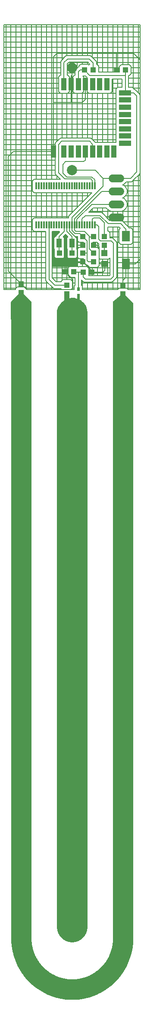
<source format=gbr>
G04 EAGLE Gerber RS-274X export*
G75*
%MOMM*%
%FSLAX34Y34*%
%LPD*%
%INTop Copper*%
%IPPOS*%
%AMOC8*
5,1,8,0,0,1.08239X$1,22.5*%
G01*
%ADD10R,1.000000X1.100000*%
%ADD11R,1.100000X1.000000*%
%ADD12R,0.500000X0.700000*%
%ADD13C,1.524000*%
%ADD14R,1.200000X1.200000*%
%ADD15R,1.000000X2.410000*%
%ADD16R,2.410000X1.000000*%
%ADD17R,1.000000X1.800000*%
%ADD18R,1.600000X2.000000*%
%ADD19R,0.300000X1.475000*%
%ADD20C,2.000000*%
%ADD21C,0.152400*%
%ADD22C,0.304800*%
%ADD23C,4.000000*%
%ADD24C,0.609600*%
%ADD25C,0.500000*%
%ADD26C,6.000000*%
%ADD27C,1.000000*%
%ADD28C,0.508000*%

G36*
X177535Y1354964D02*
X177535Y1354964D01*
X177569Y1354962D01*
X177758Y1354984D01*
X177949Y1355001D01*
X177982Y1355010D01*
X178016Y1355014D01*
X178199Y1355069D01*
X178383Y1355119D01*
X178414Y1355134D01*
X178447Y1355144D01*
X178618Y1355231D01*
X178790Y1355313D01*
X178818Y1355333D01*
X178849Y1355348D01*
X179001Y1355464D01*
X179156Y1355575D01*
X179180Y1355600D01*
X179207Y1355620D01*
X179336Y1355761D01*
X179470Y1355897D01*
X179489Y1355926D01*
X179513Y1355952D01*
X179615Y1356113D01*
X179722Y1356270D01*
X179736Y1356302D01*
X179754Y1356331D01*
X179827Y1356508D01*
X179904Y1356682D01*
X179912Y1356716D01*
X179925Y1356748D01*
X179965Y1356935D01*
X180011Y1357120D01*
X180013Y1357154D01*
X180020Y1357188D01*
X180039Y1357500D01*
X180039Y1423000D01*
X180034Y1423063D01*
X180029Y1423224D01*
X179670Y1427288D01*
X179663Y1427330D01*
X179661Y1427373D01*
X179604Y1427681D01*
X178614Y1431639D01*
X178599Y1431680D01*
X178591Y1431722D01*
X178487Y1432016D01*
X176889Y1435771D01*
X176869Y1435809D01*
X176854Y1435849D01*
X176705Y1436124D01*
X174540Y1439582D01*
X174514Y1439617D01*
X174493Y1439654D01*
X174302Y1439902D01*
X171623Y1442979D01*
X171610Y1442991D01*
X171602Y1443003D01*
X171584Y1443019D01*
X171565Y1443043D01*
X171338Y1443258D01*
X168211Y1445878D01*
X168175Y1445903D01*
X168144Y1445932D01*
X167886Y1446109D01*
X164387Y1448207D01*
X164348Y1448226D01*
X164312Y1448250D01*
X164030Y1448385D01*
X160246Y1449910D01*
X160204Y1449922D01*
X160165Y1449941D01*
X159866Y1450029D01*
X155889Y1450944D01*
X155847Y1450950D01*
X155805Y1450962D01*
X155495Y1451002D01*
X151425Y1451283D01*
X151414Y1451283D01*
X151404Y1451285D01*
X151091Y1451284D01*
X147033Y1451030D01*
X147008Y1451026D01*
X146983Y1451026D01*
X146673Y1450981D01*
X142693Y1450152D01*
X142669Y1450145D01*
X142644Y1450141D01*
X142344Y1450053D01*
X138522Y1448665D01*
X138499Y1448655D01*
X138475Y1448648D01*
X138191Y1448518D01*
X134605Y1446600D01*
X134584Y1446586D01*
X134561Y1446576D01*
X134298Y1446407D01*
X131022Y1443999D01*
X131003Y1443982D01*
X130982Y1443969D01*
X130746Y1443764D01*
X127845Y1440914D01*
X127829Y1440895D01*
X127810Y1440878D01*
X127606Y1440642D01*
X125140Y1437408D01*
X125127Y1437387D01*
X125110Y1437368D01*
X124942Y1437105D01*
X122961Y1433553D01*
X122951Y1433530D01*
X122938Y1433509D01*
X122808Y1433225D01*
X121354Y1429427D01*
X121347Y1429403D01*
X121336Y1429381D01*
X121249Y1429081D01*
X120349Y1425115D01*
X120346Y1425090D01*
X120339Y1425066D01*
X120295Y1424757D01*
X119969Y1420703D01*
X119969Y1420641D01*
X119961Y1420500D01*
X119961Y1357500D01*
X119964Y1357466D01*
X119962Y1357431D01*
X119984Y1357242D01*
X120001Y1357052D01*
X120010Y1357018D01*
X120014Y1356984D01*
X120069Y1356801D01*
X120119Y1356617D01*
X120134Y1356586D01*
X120144Y1356553D01*
X120231Y1356382D01*
X120313Y1356211D01*
X120333Y1356182D01*
X120348Y1356151D01*
X120464Y1355999D01*
X120575Y1355844D01*
X120600Y1355820D01*
X120620Y1355793D01*
X120761Y1355664D01*
X120897Y1355530D01*
X120926Y1355511D01*
X120952Y1355488D01*
X121113Y1355385D01*
X121270Y1355278D01*
X121302Y1355264D01*
X121331Y1355246D01*
X121508Y1355173D01*
X121682Y1355096D01*
X121716Y1355088D01*
X121748Y1355075D01*
X121935Y1355035D01*
X122120Y1354989D01*
X122154Y1354987D01*
X122188Y1354980D01*
X122500Y1354961D01*
X177500Y1354961D01*
X177535Y1354964D01*
G37*
G36*
X267535Y1404964D02*
X267535Y1404964D01*
X267569Y1404962D01*
X267758Y1404984D01*
X267949Y1405001D01*
X267982Y1405010D01*
X268016Y1405014D01*
X268199Y1405069D01*
X268383Y1405119D01*
X268414Y1405134D01*
X268447Y1405144D01*
X268618Y1405231D01*
X268790Y1405313D01*
X268818Y1405333D01*
X268849Y1405348D01*
X269001Y1405464D01*
X269156Y1405575D01*
X269180Y1405600D01*
X269207Y1405620D01*
X269336Y1405761D01*
X269470Y1405897D01*
X269489Y1405926D01*
X269513Y1405952D01*
X269615Y1406113D01*
X269722Y1406270D01*
X269736Y1406302D01*
X269754Y1406331D01*
X269827Y1406508D01*
X269904Y1406682D01*
X269912Y1406716D01*
X269925Y1406748D01*
X269965Y1406935D01*
X270011Y1407120D01*
X270013Y1407154D01*
X270020Y1407188D01*
X270039Y1407500D01*
X270039Y1440000D01*
X270025Y1440164D01*
X270018Y1440328D01*
X270005Y1440388D01*
X269999Y1440449D01*
X269956Y1440607D01*
X269920Y1440768D01*
X269897Y1440824D01*
X269881Y1440883D01*
X269810Y1441031D01*
X269747Y1441183D01*
X269714Y1441235D01*
X269687Y1441290D01*
X269592Y1441423D01*
X269502Y1441561D01*
X269451Y1441619D01*
X269425Y1441656D01*
X269382Y1441698D01*
X269296Y1441796D01*
X251796Y1459296D01*
X251671Y1459400D01*
X251552Y1459510D01*
X251499Y1459544D01*
X251450Y1459584D01*
X251309Y1459665D01*
X251172Y1459752D01*
X251114Y1459777D01*
X251059Y1459808D01*
X250906Y1459862D01*
X250756Y1459924D01*
X250694Y1459937D01*
X250635Y1459959D01*
X250475Y1459985D01*
X250316Y1460020D01*
X250253Y1460022D01*
X250191Y1460032D01*
X250028Y1460030D01*
X249866Y1460036D01*
X249804Y1460027D01*
X249740Y1460026D01*
X249581Y1459995D01*
X249420Y1459972D01*
X249360Y1459952D01*
X249298Y1459940D01*
X249147Y1459882D01*
X248993Y1459831D01*
X248937Y1459801D01*
X248878Y1459778D01*
X248739Y1459694D01*
X248597Y1459616D01*
X248533Y1459568D01*
X248494Y1459544D01*
X248448Y1459504D01*
X248347Y1459428D01*
X240373Y1452593D01*
X240373Y1452592D01*
X231486Y1444975D01*
X231485Y1444975D01*
X230847Y1444428D01*
X230822Y1444402D01*
X230793Y1444380D01*
X230665Y1444241D01*
X230533Y1444106D01*
X230512Y1444075D01*
X230488Y1444048D01*
X230386Y1443889D01*
X230280Y1443733D01*
X230265Y1443700D01*
X230246Y1443669D01*
X230174Y1443494D01*
X230097Y1443322D01*
X230089Y1443286D01*
X230075Y1443252D01*
X230035Y1443068D01*
X229990Y1442884D01*
X229988Y1442848D01*
X229980Y1442812D01*
X229961Y1442500D01*
X229961Y1407500D01*
X229964Y1407466D01*
X229962Y1407431D01*
X229984Y1407242D01*
X230001Y1407052D01*
X230010Y1407018D01*
X230014Y1406984D01*
X230069Y1406801D01*
X230119Y1406617D01*
X230134Y1406586D01*
X230144Y1406553D01*
X230231Y1406382D01*
X230313Y1406211D01*
X230333Y1406182D01*
X230348Y1406151D01*
X230464Y1405999D01*
X230575Y1405844D01*
X230600Y1405820D01*
X230620Y1405793D01*
X230761Y1405664D01*
X230897Y1405530D01*
X230926Y1405511D01*
X230952Y1405488D01*
X231113Y1405385D01*
X231270Y1405278D01*
X231302Y1405264D01*
X231331Y1405246D01*
X231508Y1405173D01*
X231682Y1405096D01*
X231716Y1405088D01*
X231748Y1405075D01*
X231935Y1405035D01*
X232120Y1404989D01*
X232154Y1404987D01*
X232188Y1404980D01*
X232500Y1404961D01*
X267500Y1404961D01*
X267535Y1404964D01*
G37*
G36*
X67535Y1407464D02*
X67535Y1407464D01*
X67569Y1407462D01*
X67758Y1407484D01*
X67949Y1407501D01*
X67982Y1407510D01*
X68016Y1407514D01*
X68199Y1407569D01*
X68383Y1407619D01*
X68414Y1407634D01*
X68447Y1407644D01*
X68618Y1407731D01*
X68790Y1407813D01*
X68818Y1407833D01*
X68849Y1407848D01*
X69001Y1407964D01*
X69156Y1408075D01*
X69180Y1408100D01*
X69207Y1408120D01*
X69336Y1408261D01*
X69470Y1408397D01*
X69489Y1408426D01*
X69513Y1408452D01*
X69615Y1408613D01*
X69722Y1408770D01*
X69736Y1408802D01*
X69754Y1408831D01*
X69827Y1409008D01*
X69904Y1409182D01*
X69912Y1409216D01*
X69925Y1409248D01*
X69965Y1409435D01*
X70011Y1409620D01*
X70013Y1409654D01*
X70020Y1409688D01*
X70039Y1410000D01*
X70039Y1442500D01*
X70025Y1442664D01*
X70018Y1442828D01*
X70005Y1442888D01*
X69999Y1442949D01*
X69956Y1443107D01*
X69920Y1443268D01*
X69897Y1443324D01*
X69881Y1443383D01*
X69810Y1443531D01*
X69747Y1443683D01*
X69714Y1443735D01*
X69687Y1443790D01*
X69592Y1443923D01*
X69502Y1444061D01*
X69451Y1444119D01*
X69425Y1444156D01*
X69382Y1444198D01*
X69296Y1444296D01*
X51796Y1461796D01*
X51769Y1461818D01*
X51746Y1461844D01*
X51597Y1461961D01*
X51450Y1462084D01*
X51420Y1462102D01*
X51393Y1462123D01*
X51225Y1462213D01*
X51059Y1462308D01*
X51027Y1462319D01*
X50996Y1462336D01*
X50815Y1462395D01*
X50635Y1462459D01*
X50601Y1462464D01*
X50568Y1462475D01*
X50379Y1462501D01*
X50191Y1462532D01*
X50156Y1462532D01*
X50122Y1462536D01*
X49931Y1462529D01*
X49740Y1462526D01*
X49706Y1462519D01*
X49672Y1462518D01*
X49486Y1462477D01*
X49298Y1462440D01*
X49266Y1462428D01*
X49232Y1462420D01*
X49056Y1462347D01*
X48878Y1462278D01*
X48849Y1462260D01*
X48817Y1462247D01*
X48657Y1462143D01*
X48494Y1462044D01*
X48468Y1462021D01*
X48439Y1462002D01*
X48204Y1461796D01*
X30704Y1444296D01*
X30599Y1444169D01*
X30488Y1444048D01*
X30455Y1443997D01*
X30416Y1443950D01*
X30334Y1443807D01*
X30246Y1443669D01*
X30222Y1443612D01*
X30192Y1443559D01*
X30137Y1443404D01*
X30075Y1443252D01*
X30062Y1443192D01*
X30041Y1443135D01*
X30015Y1442973D01*
X29980Y1442812D01*
X29975Y1442735D01*
X29968Y1442691D01*
X29969Y1442630D01*
X29961Y1442500D01*
X29961Y1410000D01*
X29964Y1409966D01*
X29962Y1409931D01*
X29984Y1409742D01*
X30001Y1409552D01*
X30010Y1409518D01*
X30014Y1409484D01*
X30069Y1409301D01*
X30119Y1409117D01*
X30134Y1409086D01*
X30144Y1409053D01*
X30231Y1408882D01*
X30313Y1408711D01*
X30333Y1408682D01*
X30348Y1408651D01*
X30464Y1408499D01*
X30575Y1408344D01*
X30600Y1408320D01*
X30620Y1408293D01*
X30761Y1408164D01*
X30897Y1408030D01*
X30926Y1408011D01*
X30952Y1407988D01*
X31113Y1407885D01*
X31270Y1407778D01*
X31302Y1407764D01*
X31331Y1407746D01*
X31508Y1407673D01*
X31682Y1407596D01*
X31716Y1407588D01*
X31748Y1407575D01*
X31935Y1407535D01*
X32120Y1407489D01*
X32154Y1407487D01*
X32188Y1407480D01*
X32500Y1407461D01*
X67500Y1407461D01*
X67535Y1407464D01*
G37*
G36*
X160910Y1511912D02*
X160910Y1511912D01*
X160929Y1511910D01*
X161031Y1511932D01*
X161133Y1511949D01*
X161150Y1511958D01*
X161170Y1511962D01*
X161259Y1512015D01*
X161350Y1512064D01*
X161364Y1512078D01*
X161381Y1512088D01*
X161448Y1512167D01*
X161520Y1512242D01*
X161528Y1512260D01*
X161541Y1512275D01*
X161580Y1512371D01*
X161623Y1512465D01*
X161625Y1512485D01*
X161633Y1512503D01*
X161651Y1512670D01*
X161651Y1571202D01*
X161648Y1571222D01*
X161650Y1571241D01*
X161628Y1571343D01*
X161612Y1571445D01*
X161602Y1571462D01*
X161598Y1571482D01*
X161545Y1571571D01*
X161496Y1571662D01*
X161482Y1571676D01*
X161472Y1571693D01*
X161393Y1571760D01*
X161318Y1571832D01*
X161300Y1571840D01*
X161285Y1571853D01*
X161189Y1571892D01*
X161095Y1571935D01*
X161075Y1571937D01*
X161057Y1571945D01*
X160890Y1571963D01*
X157153Y1571963D01*
X157082Y1571952D01*
X157010Y1571950D01*
X156962Y1571932D01*
X156910Y1571924D01*
X156847Y1571890D01*
X156779Y1571865D01*
X156739Y1571833D01*
X156693Y1571808D01*
X156643Y1571756D01*
X156587Y1571712D01*
X156559Y1571668D01*
X156523Y1571630D01*
X156493Y1571565D01*
X156454Y1571505D01*
X156442Y1571454D01*
X156420Y1571407D01*
X156412Y1571336D01*
X156394Y1571266D01*
X156398Y1571214D01*
X156393Y1571163D01*
X156408Y1571092D01*
X156414Y1571021D01*
X156434Y1570973D01*
X156445Y1570922D01*
X156482Y1570861D01*
X156510Y1570795D01*
X156555Y1570739D01*
X156571Y1570711D01*
X156589Y1570696D01*
X156615Y1570664D01*
X158675Y1568604D01*
X158675Y1547234D01*
X158670Y1547227D01*
X158654Y1547215D01*
X158599Y1547128D01*
X158538Y1547044D01*
X158532Y1547025D01*
X158521Y1547008D01*
X158496Y1546908D01*
X158466Y1546809D01*
X158466Y1546789D01*
X158461Y1546769D01*
X158469Y1546666D01*
X158472Y1546563D01*
X158479Y1546544D01*
X158481Y1546524D01*
X158521Y1546429D01*
X158557Y1546332D01*
X158569Y1546316D01*
X158577Y1546298D01*
X158682Y1546167D01*
X159165Y1545684D01*
X159165Y1531316D01*
X156784Y1528935D01*
X143416Y1528935D01*
X141035Y1531316D01*
X141035Y1545686D01*
X141040Y1545693D01*
X141056Y1545705D01*
X141112Y1545793D01*
X141172Y1545876D01*
X141178Y1545895D01*
X141189Y1545912D01*
X141214Y1546013D01*
X141244Y1546112D01*
X141244Y1546131D01*
X141249Y1546151D01*
X141241Y1546254D01*
X141238Y1546357D01*
X141231Y1546376D01*
X141229Y1546396D01*
X141189Y1546491D01*
X141153Y1546588D01*
X141141Y1546604D01*
X141133Y1546622D01*
X141028Y1546753D01*
X140545Y1547236D01*
X140545Y1568604D01*
X142165Y1570223D01*
X142176Y1570239D01*
X142192Y1570252D01*
X142248Y1570339D01*
X142308Y1570423D01*
X142314Y1570442D01*
X142325Y1570458D01*
X142350Y1570559D01*
X142380Y1570658D01*
X142380Y1570678D01*
X142385Y1570697D01*
X142377Y1570800D01*
X142374Y1570904D01*
X142367Y1570922D01*
X142366Y1570942D01*
X142325Y1571037D01*
X142290Y1571135D01*
X142277Y1571150D01*
X142269Y1571168D01*
X142165Y1571299D01*
X137588Y1575876D01*
X137572Y1575887D01*
X137560Y1575903D01*
X137472Y1575959D01*
X137389Y1576019D01*
X137370Y1576025D01*
X137353Y1576036D01*
X137252Y1576061D01*
X137153Y1576092D01*
X137134Y1576091D01*
X137114Y1576096D01*
X137011Y1576088D01*
X136908Y1576085D01*
X136889Y1576078D01*
X136869Y1576077D01*
X136774Y1576036D01*
X136677Y1576001D01*
X136661Y1575988D01*
X136643Y1575980D01*
X136512Y1575876D01*
X131995Y1571359D01*
X131984Y1571343D01*
X131968Y1571331D01*
X131912Y1571244D01*
X131852Y1571160D01*
X131846Y1571141D01*
X131835Y1571124D01*
X131810Y1571023D01*
X131780Y1570925D01*
X131780Y1570905D01*
X131775Y1570885D01*
X131783Y1570782D01*
X131786Y1570679D01*
X131793Y1570660D01*
X131794Y1570640D01*
X131835Y1570545D01*
X131870Y1570448D01*
X131883Y1570432D01*
X131891Y1570414D01*
X131995Y1570283D01*
X133675Y1568604D01*
X133675Y1547234D01*
X133670Y1547227D01*
X133654Y1547215D01*
X133599Y1547128D01*
X133538Y1547044D01*
X133532Y1547025D01*
X133521Y1547008D01*
X133496Y1546908D01*
X133466Y1546809D01*
X133466Y1546789D01*
X133461Y1546769D01*
X133469Y1546666D01*
X133472Y1546563D01*
X133479Y1546544D01*
X133481Y1546524D01*
X133521Y1546429D01*
X133557Y1546332D01*
X133569Y1546316D01*
X133577Y1546298D01*
X133682Y1546167D01*
X134165Y1545684D01*
X134165Y1531316D01*
X131784Y1528935D01*
X118416Y1528935D01*
X116035Y1531316D01*
X116035Y1545686D01*
X116040Y1545693D01*
X116056Y1545705D01*
X116112Y1545793D01*
X116172Y1545876D01*
X116178Y1545895D01*
X116189Y1545912D01*
X116214Y1546013D01*
X116244Y1546112D01*
X116244Y1546131D01*
X116249Y1546151D01*
X116241Y1546254D01*
X116238Y1546357D01*
X116231Y1546376D01*
X116229Y1546396D01*
X116189Y1546491D01*
X116153Y1546588D01*
X116141Y1546604D01*
X116133Y1546622D01*
X116028Y1546753D01*
X115545Y1547236D01*
X115545Y1568604D01*
X117926Y1570985D01*
X119022Y1570985D01*
X119042Y1570988D01*
X119061Y1570986D01*
X119163Y1571008D01*
X119265Y1571024D01*
X119282Y1571034D01*
X119302Y1571038D01*
X119391Y1571091D01*
X119482Y1571140D01*
X119496Y1571154D01*
X119513Y1571164D01*
X119580Y1571243D01*
X119652Y1571318D01*
X119660Y1571336D01*
X119673Y1571351D01*
X119712Y1571447D01*
X119755Y1571541D01*
X119757Y1571561D01*
X119765Y1571579D01*
X119783Y1571746D01*
X119783Y1572799D01*
X126176Y1579192D01*
X126217Y1579250D01*
X126267Y1579302D01*
X126289Y1579349D01*
X126319Y1579391D01*
X126340Y1579460D01*
X126371Y1579525D01*
X126376Y1579577D01*
X126392Y1579627D01*
X126390Y1579698D01*
X126398Y1579769D01*
X126387Y1579820D01*
X126385Y1579872D01*
X126361Y1579940D01*
X126345Y1580010D01*
X126319Y1580054D01*
X126301Y1580103D01*
X126256Y1580159D01*
X126219Y1580221D01*
X126180Y1580255D01*
X126147Y1580295D01*
X126087Y1580334D01*
X126032Y1580381D01*
X125984Y1580400D01*
X125940Y1580428D01*
X125871Y1580446D01*
X125804Y1580473D01*
X125733Y1580481D01*
X125702Y1580489D01*
X125678Y1580487D01*
X125637Y1580491D01*
X112420Y1580491D01*
X112400Y1580488D01*
X112381Y1580490D01*
X112279Y1580468D01*
X112177Y1580452D01*
X112160Y1580442D01*
X112140Y1580438D01*
X112051Y1580385D01*
X111960Y1580336D01*
X111946Y1580322D01*
X111929Y1580312D01*
X111862Y1580233D01*
X111791Y1580158D01*
X111782Y1580140D01*
X111769Y1580125D01*
X111730Y1580029D01*
X111687Y1579935D01*
X111685Y1579915D01*
X111677Y1579897D01*
X111659Y1579730D01*
X111659Y1512670D01*
X111662Y1512650D01*
X111660Y1512631D01*
X111682Y1512529D01*
X111699Y1512427D01*
X111708Y1512410D01*
X111712Y1512390D01*
X111765Y1512301D01*
X111814Y1512210D01*
X111828Y1512196D01*
X111838Y1512179D01*
X111917Y1512112D01*
X111992Y1512041D01*
X112010Y1512032D01*
X112025Y1512019D01*
X112121Y1511980D01*
X112215Y1511937D01*
X112235Y1511935D01*
X112253Y1511927D01*
X112420Y1511909D01*
X160890Y1511909D01*
X160910Y1511912D01*
G37*
D10*
X171000Y1570800D03*
X171000Y1553800D03*
X171000Y1538500D03*
X171000Y1521500D03*
D11*
X254500Y1895500D03*
X237500Y1895500D03*
D10*
X192200Y1570900D03*
X192200Y1553900D03*
X150100Y1538500D03*
X150100Y1521500D03*
X125100Y1538500D03*
X125100Y1521500D03*
D11*
X171600Y1501500D03*
X188600Y1501500D03*
D12*
X162300Y1455400D03*
X162300Y1468400D03*
D13*
X229280Y1684400D02*
X244520Y1684400D01*
X244520Y1659000D02*
X229280Y1659000D01*
X229280Y1633600D02*
X244520Y1633600D01*
X244520Y1608200D02*
X229280Y1608200D01*
D14*
X213500Y1517500D03*
X213500Y1538500D03*
D15*
X218200Y1867600D03*
X204200Y1867600D03*
X190200Y1867600D03*
X176200Y1867600D03*
X162200Y1867600D03*
X148200Y1867600D03*
X134200Y1867600D03*
X218200Y1736600D03*
X204200Y1736600D03*
X190200Y1736600D03*
X176200Y1736600D03*
X162200Y1736600D03*
X148200Y1736600D03*
X134200Y1736600D03*
X113200Y1736600D03*
D16*
X254400Y1837100D03*
X254400Y1823100D03*
X254400Y1809100D03*
X254400Y1795100D03*
X254400Y1781100D03*
X254400Y1767100D03*
X254400Y1753100D03*
X254400Y1851100D03*
D15*
X232200Y1736600D03*
D17*
X149610Y1557920D03*
X124610Y1557920D03*
D10*
X174400Y1895500D03*
X191400Y1895500D03*
D11*
X192200Y1521500D03*
X192200Y1538500D03*
X139700Y1459000D03*
X139700Y1476000D03*
D10*
X153400Y1502200D03*
X136400Y1502200D03*
D11*
X213500Y1570900D03*
X213500Y1553900D03*
D18*
X255600Y1517700D03*
X255600Y1571700D03*
D19*
X79600Y1593920D03*
X84600Y1593920D03*
X89600Y1593920D03*
X94600Y1593920D03*
X99600Y1593920D03*
X104600Y1593920D03*
X109600Y1593920D03*
X114600Y1593920D03*
X119600Y1593920D03*
X124600Y1593920D03*
X129600Y1593920D03*
X134600Y1593920D03*
X139600Y1593920D03*
X144600Y1593920D03*
X149600Y1593920D03*
X154600Y1593920D03*
X159600Y1593920D03*
X164600Y1593920D03*
X169600Y1593920D03*
X174600Y1593920D03*
X179600Y1593920D03*
X184600Y1593920D03*
X189600Y1593920D03*
X194600Y1593920D03*
X194600Y1669680D03*
X189600Y1669680D03*
X184600Y1669680D03*
X179600Y1669680D03*
X174600Y1669680D03*
X169600Y1669680D03*
X164600Y1669680D03*
X159600Y1669680D03*
X154600Y1669680D03*
X149600Y1669680D03*
X144600Y1669680D03*
X139600Y1669680D03*
X134600Y1669680D03*
X129600Y1669680D03*
X124600Y1669680D03*
X119600Y1669680D03*
X114600Y1669680D03*
X109600Y1669680D03*
X104600Y1669680D03*
X99600Y1669680D03*
X94600Y1669680D03*
X89600Y1669680D03*
X84600Y1669680D03*
X79600Y1669680D03*
D20*
X150000Y1900350D03*
X150000Y1700150D03*
D11*
X250000Y1459000D03*
X250000Y1476000D03*
X50000Y1478500D03*
X50000Y1461500D03*
D21*
X116000Y1476000D02*
X139700Y1476000D01*
X104600Y1487400D02*
X104600Y1593920D01*
X104600Y1487400D02*
X116000Y1476000D01*
X261820Y1587462D02*
X265987Y1587462D01*
X261820Y1587462D02*
X261131Y1589126D01*
X250711Y1599546D01*
X250711Y1599546D01*
X248876Y1601381D01*
X246478Y1602374D01*
X223662Y1602374D01*
X208856Y1617181D01*
X206458Y1618174D01*
X182630Y1618174D01*
X191532Y1627076D01*
X217498Y1627076D01*
X217935Y1626020D01*
X221700Y1622255D01*
X226618Y1620218D01*
X247182Y1620218D01*
X252100Y1622255D01*
X255865Y1626020D01*
X257902Y1630938D01*
X257902Y1636262D01*
X255865Y1641180D01*
X252100Y1644945D01*
X248828Y1646300D01*
X252100Y1647655D01*
X255865Y1651420D01*
X257902Y1656338D01*
X257902Y1661662D01*
X255865Y1666580D01*
X252100Y1670345D01*
X248828Y1671700D01*
X252100Y1673055D01*
X255865Y1676820D01*
X256228Y1677696D01*
X266118Y1677696D01*
X268516Y1678689D01*
X270351Y1680524D01*
X282671Y1692844D01*
X283664Y1695242D01*
X283664Y1846268D01*
X282671Y1848666D01*
X280836Y1850501D01*
X274706Y1856631D01*
X272308Y1857624D01*
X272212Y1857624D01*
X272212Y1858487D01*
X268837Y1861862D01*
X261024Y1861862D01*
X261024Y1884738D01*
X262387Y1884738D01*
X265762Y1888113D01*
X265762Y1902887D01*
X262387Y1906262D01*
X246613Y1906262D01*
X243238Y1902887D01*
X243238Y1891574D01*
X202162Y1891574D01*
X202162Y1903387D01*
X198787Y1906762D01*
X197924Y1906762D01*
X197924Y1910738D01*
X196931Y1913136D01*
X187276Y1922791D01*
X184878Y1923784D01*
X139882Y1923784D01*
X137484Y1922791D01*
X130504Y1915811D01*
X128669Y1913976D01*
X127676Y1911578D01*
X127676Y1885412D01*
X126813Y1885412D01*
X123438Y1882037D01*
X123438Y1853163D01*
X126813Y1849788D01*
X141587Y1849788D01*
X144962Y1853163D01*
X144962Y1882037D01*
X141587Y1885412D01*
X140724Y1885412D01*
X140724Y1907578D01*
X143882Y1910736D01*
X180878Y1910736D01*
X184852Y1906762D01*
X184013Y1906762D01*
X182900Y1905649D01*
X181787Y1906762D01*
X167013Y1906762D01*
X163638Y1903387D01*
X163638Y1901753D01*
X161894Y1901031D01*
X156669Y1895806D01*
X155676Y1893408D01*
X155676Y1885412D01*
X154813Y1885412D01*
X151438Y1882037D01*
X151438Y1853163D01*
X154813Y1849788D01*
X169587Y1849788D01*
X172962Y1853163D01*
X172962Y1882037D01*
X170761Y1884238D01*
X176436Y1884238D01*
X179319Y1881354D01*
X179438Y1881236D01*
X179438Y1853163D01*
X182813Y1849788D01*
X225587Y1849788D01*
X228962Y1853163D01*
X228962Y1878526D01*
X247976Y1878526D01*
X247976Y1861862D01*
X239963Y1861862D01*
X236588Y1858487D01*
X236588Y1754412D01*
X195576Y1754412D01*
X195451Y1754716D01*
X193616Y1756551D01*
X193616Y1756551D01*
X189741Y1760426D01*
X189741Y1760426D01*
X187906Y1762261D01*
X185508Y1763254D01*
X128442Y1763254D01*
X126044Y1762261D01*
X124209Y1760426D01*
X118069Y1754286D01*
X117076Y1751888D01*
X117076Y1693912D01*
X118069Y1691514D01*
X119904Y1689679D01*
X126767Y1682817D01*
X75713Y1682817D01*
X72338Y1679442D01*
X72338Y1659918D01*
X75713Y1656543D01*
X189109Y1656543D01*
X144069Y1611504D01*
X143076Y1609106D01*
X143076Y1607057D01*
X75713Y1607057D01*
X72338Y1603682D01*
X72338Y1584158D01*
X75713Y1580783D01*
X98076Y1580783D01*
X98076Y1486102D01*
X99069Y1483704D01*
X112304Y1470469D01*
X114702Y1469476D01*
X128438Y1469476D01*
X128438Y1468613D01*
X129551Y1467500D01*
X129401Y1467350D01*
X61262Y1467350D01*
X61262Y1468887D01*
X57887Y1472262D01*
X42113Y1472262D01*
X38738Y1468887D01*
X38738Y1467350D01*
X16002Y1467350D01*
X16002Y1983998D01*
X283998Y1983998D01*
X283998Y1467350D01*
X260299Y1467350D01*
X257887Y1469762D01*
X242113Y1469762D01*
X239701Y1467350D01*
X170562Y1467350D01*
X170562Y1474287D01*
X168830Y1476019D01*
X168830Y1485944D01*
X170469Y1484304D01*
X172304Y1482469D01*
X174702Y1481476D01*
X227298Y1481476D01*
X229696Y1482469D01*
X234696Y1487469D01*
X236531Y1489304D01*
X237524Y1491702D01*
X237524Y1559298D01*
X236531Y1561696D01*
X230608Y1567619D01*
X228210Y1568612D01*
X224762Y1568612D01*
X224762Y1578287D01*
X221387Y1581662D01*
X220024Y1581662D01*
X220024Y1589326D01*
X242478Y1589326D01*
X244778Y1587026D01*
X241838Y1584087D01*
X241838Y1559313D01*
X245213Y1555938D01*
X265987Y1555938D01*
X269362Y1559313D01*
X269362Y1584087D01*
X265987Y1587462D01*
X172778Y1559538D02*
X163613Y1559538D01*
X172778Y1559538D02*
X172778Y1549762D01*
X163613Y1549762D01*
X160550Y1546699D01*
X160372Y1546877D01*
X160372Y1562779D01*
X163613Y1559538D01*
X202100Y1547249D02*
X202238Y1547387D01*
X202100Y1547249D02*
X200087Y1549262D01*
X190664Y1549262D01*
X190154Y1549772D01*
X190154Y1559638D01*
X199059Y1559638D01*
X202140Y1556557D01*
X202238Y1556517D01*
X202238Y1547387D01*
X182862Y1494524D02*
X223298Y1494524D01*
X182862Y1494524D02*
X182862Y1508887D01*
X179487Y1512262D01*
X163713Y1512262D01*
X162850Y1511399D01*
X160787Y1513462D01*
X146013Y1513462D01*
X142638Y1510087D01*
X142638Y1494313D01*
X146013Y1490938D01*
X155782Y1490938D01*
X155782Y1476031D01*
X154038Y1474287D01*
X154038Y1467350D01*
X149999Y1467350D01*
X149849Y1467500D01*
X150962Y1468613D01*
X150962Y1483387D01*
X147587Y1486762D01*
X131813Y1486762D01*
X128438Y1483387D01*
X128438Y1482524D01*
X118702Y1482524D01*
X111124Y1490102D01*
X111124Y1580783D01*
X125367Y1580783D01*
X120914Y1576331D01*
X119079Y1574496D01*
X118328Y1572682D01*
X117223Y1572682D01*
X113848Y1569307D01*
X113848Y1546533D01*
X114338Y1546043D01*
X114338Y1530613D01*
X117713Y1527238D01*
X132487Y1527238D01*
X135862Y1530613D01*
X135862Y1546387D01*
X135372Y1546877D01*
X135372Y1569307D01*
X133857Y1570821D01*
X137050Y1574014D01*
X140303Y1570761D01*
X138848Y1569307D01*
X138848Y1546533D01*
X139338Y1546043D01*
X139338Y1530613D01*
X142713Y1527238D01*
X157487Y1527238D01*
X160550Y1530301D01*
X163613Y1527238D01*
X172778Y1527238D01*
X172778Y1522710D01*
X173771Y1520312D01*
X178114Y1515969D01*
X180512Y1514976D01*
X180938Y1514976D01*
X180938Y1514113D01*
X184313Y1510738D01*
X200087Y1510738D01*
X203462Y1514113D01*
X203462Y1528389D01*
X205113Y1526738D01*
X221887Y1526738D01*
X224476Y1529327D01*
X224476Y1495702D01*
X223298Y1494524D01*
X39851Y1470000D02*
X16002Y1470000D01*
X60149Y1470000D02*
X113437Y1470000D01*
X150962Y1470000D02*
X154038Y1470000D01*
X170562Y1470000D02*
X283998Y1470000D01*
X102774Y1480000D02*
X16002Y1480000D01*
X150962Y1480000D02*
X155782Y1480000D01*
X168830Y1480000D02*
X283998Y1480000D01*
X98076Y1490000D02*
X16002Y1490000D01*
X111226Y1490000D02*
X155782Y1490000D01*
X236819Y1490000D02*
X283998Y1490000D01*
X98076Y1500000D02*
X16002Y1500000D01*
X111124Y1500000D02*
X142638Y1500000D01*
X182862Y1500000D02*
X224476Y1500000D01*
X237524Y1500000D02*
X283998Y1500000D01*
X98076Y1510000D02*
X16002Y1510000D01*
X111124Y1510000D02*
X142638Y1510000D01*
X181749Y1510000D02*
X224476Y1510000D01*
X237524Y1510000D02*
X283998Y1510000D01*
X98076Y1520000D02*
X16002Y1520000D01*
X111124Y1520000D02*
X174084Y1520000D01*
X203462Y1520000D02*
X224476Y1520000D01*
X237524Y1520000D02*
X283998Y1520000D01*
X98076Y1530000D02*
X16002Y1530000D01*
X111124Y1530000D02*
X114951Y1530000D01*
X135249Y1530000D02*
X139951Y1530000D01*
X160249Y1530000D02*
X160851Y1530000D01*
X237524Y1530000D02*
X283998Y1530000D01*
X98076Y1540000D02*
X16002Y1540000D01*
X111124Y1540000D02*
X114338Y1540000D01*
X135862Y1540000D02*
X139338Y1540000D01*
X237524Y1540000D02*
X283998Y1540000D01*
X98076Y1550000D02*
X16002Y1550000D01*
X111124Y1550000D02*
X113848Y1550000D01*
X135372Y1550000D02*
X138848Y1550000D01*
X160372Y1550000D02*
X172778Y1550000D01*
X190154Y1550000D02*
X202238Y1550000D01*
X237524Y1550000D02*
X283998Y1550000D01*
X98076Y1560000D02*
X16002Y1560000D01*
X111124Y1560000D02*
X113848Y1560000D01*
X135372Y1560000D02*
X138848Y1560000D01*
X160372Y1560000D02*
X163151Y1560000D01*
X237233Y1560000D02*
X241838Y1560000D01*
X269362Y1560000D02*
X283998Y1560000D01*
X98076Y1570000D02*
X16002Y1570000D01*
X111124Y1570000D02*
X114541Y1570000D01*
X134679Y1570000D02*
X139541Y1570000D01*
X224762Y1570000D02*
X241838Y1570000D01*
X269362Y1570000D02*
X283998Y1570000D01*
X98076Y1580000D02*
X16002Y1580000D01*
X111124Y1580000D02*
X124584Y1580000D01*
X223049Y1580000D02*
X241838Y1580000D01*
X269362Y1580000D02*
X283998Y1580000D01*
X72338Y1590000D02*
X16002Y1590000D01*
X260256Y1590000D02*
X283998Y1590000D01*
X72338Y1600000D02*
X16002Y1600000D01*
X250256Y1600000D02*
X283998Y1600000D01*
X143446Y1610000D02*
X16002Y1610000D01*
X216036Y1610000D02*
X283998Y1610000D01*
X152566Y1620000D02*
X16002Y1620000D01*
X184456Y1620000D02*
X283998Y1620000D01*
X162566Y1630000D02*
X16002Y1630000D01*
X257513Y1630000D02*
X283998Y1630000D01*
X172566Y1640000D02*
X16002Y1640000D01*
X256354Y1640000D02*
X283998Y1640000D01*
X182566Y1650000D02*
X16002Y1650000D01*
X254445Y1650000D02*
X283998Y1650000D01*
X72338Y1660000D02*
X16002Y1660000D01*
X257902Y1660000D02*
X283998Y1660000D01*
X72338Y1670000D02*
X16002Y1670000D01*
X252445Y1670000D02*
X283998Y1670000D01*
X72896Y1680000D02*
X16002Y1680000D01*
X269826Y1680000D02*
X283998Y1680000D01*
X119584Y1690000D02*
X16002Y1690000D01*
X279826Y1690000D02*
X283998Y1690000D01*
X117076Y1700000D02*
X16002Y1700000D01*
X283664Y1700000D02*
X283998Y1700000D01*
X117076Y1710000D02*
X16002Y1710000D01*
X283664Y1710000D02*
X283998Y1710000D01*
X117076Y1720000D02*
X16002Y1720000D01*
X283664Y1720000D02*
X283998Y1720000D01*
X117076Y1730000D02*
X16002Y1730000D01*
X283664Y1730000D02*
X283998Y1730000D01*
X117076Y1740000D02*
X16002Y1740000D01*
X283664Y1740000D02*
X283998Y1740000D01*
X117076Y1750000D02*
X16002Y1750000D01*
X283664Y1750000D02*
X283998Y1750000D01*
X123784Y1760000D02*
X16002Y1760000D01*
X190166Y1760000D02*
X236588Y1760000D01*
X283664Y1760000D02*
X283998Y1760000D01*
X236588Y1770000D02*
X16002Y1770000D01*
X283664Y1770000D02*
X283998Y1770000D01*
X236588Y1780000D02*
X16002Y1780000D01*
X283664Y1780000D02*
X283998Y1780000D01*
X236588Y1790000D02*
X16002Y1790000D01*
X283664Y1790000D02*
X283998Y1790000D01*
X236588Y1800000D02*
X16002Y1800000D01*
X283664Y1800000D02*
X283998Y1800000D01*
X236588Y1810000D02*
X16002Y1810000D01*
X283664Y1810000D02*
X283998Y1810000D01*
X236588Y1820000D02*
X16002Y1820000D01*
X283664Y1820000D02*
X283998Y1820000D01*
X236588Y1830000D02*
X16002Y1830000D01*
X283664Y1830000D02*
X283998Y1830000D01*
X236588Y1840000D02*
X16002Y1840000D01*
X283664Y1840000D02*
X283998Y1840000D01*
X126601Y1850000D02*
X16002Y1850000D01*
X141799Y1850000D02*
X154601Y1850000D01*
X169799Y1850000D02*
X182601Y1850000D01*
X225799Y1850000D02*
X236588Y1850000D01*
X281336Y1850000D02*
X283998Y1850000D01*
X123438Y1860000D02*
X16002Y1860000D01*
X144962Y1860000D02*
X151438Y1860000D01*
X172962Y1860000D02*
X179438Y1860000D01*
X228962Y1860000D02*
X238101Y1860000D01*
X270699Y1860000D02*
X283998Y1860000D01*
X123438Y1870000D02*
X16002Y1870000D01*
X144962Y1870000D02*
X151438Y1870000D01*
X172962Y1870000D02*
X179438Y1870000D01*
X228962Y1870000D02*
X247976Y1870000D01*
X261024Y1870000D02*
X283998Y1870000D01*
X123438Y1880000D02*
X16002Y1880000D01*
X144962Y1880000D02*
X151438Y1880000D01*
X172962Y1880000D02*
X179438Y1880000D01*
X261024Y1880000D02*
X283998Y1880000D01*
X127676Y1890000D02*
X16002Y1890000D01*
X140724Y1890000D02*
X155676Y1890000D01*
X265762Y1890000D02*
X283998Y1890000D01*
X127676Y1900000D02*
X16002Y1900000D01*
X140724Y1900000D02*
X160864Y1900000D01*
X202162Y1900000D02*
X243238Y1900000D01*
X265762Y1900000D02*
X283998Y1900000D01*
X127676Y1910000D02*
X16002Y1910000D01*
X143146Y1910000D02*
X181614Y1910000D01*
X197924Y1910000D02*
X283998Y1910000D01*
X134694Y1920000D02*
X16002Y1920000D01*
X190066Y1920000D02*
X283998Y1920000D01*
X283998Y1930000D02*
X16002Y1930000D01*
X16002Y1940000D02*
X283998Y1940000D01*
X283998Y1950000D02*
X16002Y1950000D01*
X16002Y1960000D02*
X283998Y1960000D01*
X283998Y1970000D02*
X16002Y1970000D01*
X16002Y1980000D02*
X283998Y1980000D01*
X20000Y1983998D02*
X20000Y1467350D01*
X30000Y1467350D02*
X30000Y1983998D01*
X40000Y1983998D02*
X40000Y1470149D01*
X50000Y1472262D02*
X50000Y1983998D01*
X60000Y1983998D02*
X60000Y1470149D01*
X70000Y1467350D02*
X70000Y1983998D01*
X80000Y1580783D02*
X80000Y1467350D01*
X80000Y1607057D02*
X80000Y1656543D01*
X80000Y1682817D02*
X80000Y1983998D01*
X90000Y1580783D02*
X90000Y1467350D01*
X90000Y1607057D02*
X90000Y1656543D01*
X90000Y1682817D02*
X90000Y1983998D01*
X100000Y1482774D02*
X100000Y1467350D01*
X100000Y1607057D02*
X100000Y1656543D01*
X100000Y1682817D02*
X100000Y1983998D01*
X110000Y1472774D02*
X110000Y1467350D01*
X110000Y1607057D02*
X110000Y1656543D01*
X110000Y1682817D02*
X110000Y1983998D01*
X120000Y1469476D02*
X120000Y1467350D01*
X120000Y1482524D02*
X120000Y1527238D01*
X120000Y1575416D02*
X120000Y1580783D01*
X120000Y1607057D02*
X120000Y1656543D01*
X120000Y1682817D02*
X120000Y1689584D01*
X120000Y1756216D02*
X120000Y1983998D01*
X130000Y1527238D02*
X130000Y1484949D01*
X130000Y1607057D02*
X130000Y1656543D01*
X130000Y1763254D02*
X130000Y1849788D01*
X130000Y1915306D02*
X130000Y1983998D01*
X140000Y1529951D02*
X140000Y1486762D01*
X140000Y1570459D02*
X140000Y1571064D01*
X140000Y1607057D02*
X140000Y1656543D01*
X140000Y1763254D02*
X140000Y1849788D01*
X140000Y1923784D02*
X140000Y1983998D01*
X150000Y1467651D02*
X150000Y1467350D01*
X150000Y1484349D02*
X150000Y1490938D01*
X150000Y1513462D02*
X150000Y1527238D01*
X150000Y1617434D02*
X150000Y1656543D01*
X150000Y1763254D02*
X150000Y1910736D01*
X150000Y1923784D02*
X150000Y1983998D01*
X160000Y1529751D02*
X160000Y1513462D01*
X160000Y1627434D02*
X160000Y1656543D01*
X160000Y1763254D02*
X160000Y1849788D01*
X160000Y1899136D02*
X160000Y1910736D01*
X160000Y1923784D02*
X160000Y1983998D01*
X170000Y1484774D02*
X170000Y1474849D01*
X170000Y1512262D02*
X170000Y1527238D01*
X170000Y1549762D02*
X170000Y1559538D01*
X170000Y1637434D02*
X170000Y1656543D01*
X170000Y1763254D02*
X170000Y1850201D01*
X170000Y1906762D02*
X170000Y1910736D01*
X170000Y1923784D02*
X170000Y1983998D01*
X180000Y1481476D02*
X180000Y1467350D01*
X180000Y1511749D02*
X180000Y1515188D01*
X180000Y1647434D02*
X180000Y1656543D01*
X180000Y1763254D02*
X180000Y1852601D01*
X180000Y1906762D02*
X180000Y1910736D01*
X180000Y1923784D02*
X180000Y1983998D01*
X190000Y1481476D02*
X190000Y1467350D01*
X190000Y1494524D02*
X190000Y1510738D01*
X190000Y1618174D02*
X190000Y1625544D01*
X190000Y1760166D02*
X190000Y1849788D01*
X190000Y1920066D02*
X190000Y1983998D01*
X200000Y1481476D02*
X200000Y1467350D01*
X200000Y1494524D02*
X200000Y1510738D01*
X200000Y1549262D02*
X200000Y1558697D01*
X200000Y1618174D02*
X200000Y1627076D01*
X200000Y1754412D02*
X200000Y1849788D01*
X200000Y1905549D02*
X200000Y1983998D01*
X210000Y1481476D02*
X210000Y1467350D01*
X210000Y1494524D02*
X210000Y1526738D01*
X210000Y1616036D02*
X210000Y1627076D01*
X210000Y1754412D02*
X210000Y1849788D01*
X210000Y1891574D02*
X210000Y1983998D01*
X220000Y1481476D02*
X220000Y1467350D01*
X220000Y1494524D02*
X220000Y1526738D01*
X220000Y1606036D02*
X220000Y1623955D01*
X220000Y1754412D02*
X220000Y1849788D01*
X220000Y1891574D02*
X220000Y1983998D01*
X230000Y1482774D02*
X230000Y1467350D01*
X230000Y1567870D02*
X230000Y1589326D01*
X230000Y1602374D02*
X230000Y1620218D01*
X230000Y1754412D02*
X230000Y1878526D01*
X230000Y1891574D02*
X230000Y1983998D01*
X240000Y1589326D02*
X240000Y1467649D01*
X240000Y1602374D02*
X240000Y1620218D01*
X240000Y1861862D02*
X240000Y1878526D01*
X240000Y1891574D02*
X240000Y1983998D01*
X250000Y1555938D02*
X250000Y1469762D01*
X250000Y1600256D02*
X250000Y1621385D01*
X250000Y1645815D02*
X250000Y1646785D01*
X250000Y1671215D02*
X250000Y1672185D01*
X250000Y1906262D02*
X250000Y1983998D01*
X260000Y1555938D02*
X260000Y1467649D01*
X260000Y1590256D02*
X260000Y1677696D01*
X260000Y1906262D02*
X260000Y1983998D01*
X270000Y1680174D02*
X270000Y1467350D01*
X270000Y1860699D02*
X270000Y1983998D01*
X280000Y1690174D02*
X280000Y1467350D01*
X280000Y1851336D02*
X280000Y1983998D01*
D22*
X213500Y1517503D02*
X213500Y1517500D01*
D21*
X171000Y1521500D02*
X161000Y1521500D01*
X150100Y1521500D01*
X161000Y1521500D02*
X161000Y1554000D01*
X161200Y1553800D02*
X171000Y1553800D01*
X161200Y1553800D02*
X161000Y1554000D01*
X144798Y1593722D02*
X144600Y1593920D01*
X144798Y1593722D02*
X144798Y1581955D01*
X161000Y1565753D01*
X161000Y1554000D01*
X188500Y1501500D02*
X188600Y1501500D01*
X250000Y1485000D02*
X250000Y1476000D01*
X250000Y1485000D02*
X256000Y1491000D01*
X256000Y1517300D01*
X150000Y1886000D02*
X150000Y1900350D01*
X148200Y1884200D02*
X148200Y1867600D01*
X148200Y1884200D02*
X150000Y1886000D01*
X148200Y1867600D02*
X148200Y1832000D01*
X176200Y1838200D02*
X176200Y1867600D01*
X170000Y1832000D02*
X148200Y1832000D01*
X170000Y1832000D02*
X176200Y1838200D01*
X237500Y1895500D02*
X237500Y1928000D01*
X120000Y1928000D02*
X113200Y1921200D01*
X113200Y1832000D01*
X113200Y1736600D01*
X113200Y1832000D02*
X148200Y1832000D01*
X113200Y1736600D02*
X34600Y1736600D01*
X25000Y1727000D01*
X25000Y1503500D01*
X50000Y1478500D01*
X274600Y1517700D02*
X283998Y1527098D01*
X274600Y1517700D02*
X255600Y1517700D01*
X256000Y1517300D01*
X210500Y1501500D02*
X188600Y1501500D01*
X210500Y1501500D02*
X214000Y1505000D01*
X214000Y1517000D01*
X213500Y1517500D01*
X136000Y1521500D02*
X125100Y1521500D01*
X136000Y1521500D02*
X150100Y1521500D01*
X136400Y1521100D02*
X136000Y1521500D01*
X136400Y1521100D02*
X136400Y1502200D01*
X237500Y1928000D02*
X271000Y1928000D01*
X283998Y1915002D01*
X283998Y1527098D01*
X237500Y1928000D02*
X120000Y1928000D01*
X192200Y1553900D02*
X200100Y1553900D01*
X203000Y1551000D01*
X203000Y1520000D01*
X205497Y1517503D01*
X213500Y1517503D01*
X188500Y1504000D02*
X171000Y1521500D01*
X188500Y1504000D02*
X188500Y1501500D01*
X152000Y1471000D02*
X148302Y1467302D01*
X152000Y1471000D02*
X152000Y1487000D01*
X136800Y1502200D02*
X136400Y1502200D01*
X136800Y1502200D02*
X152000Y1487000D01*
X61198Y1467302D02*
X50000Y1478500D01*
X61198Y1467302D02*
X148302Y1467302D01*
X189920Y1736320D02*
X190200Y1736600D01*
X189600Y1680310D02*
X189600Y1669680D01*
X189600Y1680310D02*
X186880Y1683030D01*
X123600Y1750590D02*
X129740Y1756730D01*
X184210Y1756730D01*
X189920Y1751020D01*
X189920Y1736320D01*
X186880Y1683030D02*
X135780Y1683030D01*
X123600Y1695210D01*
X123600Y1750590D01*
X194600Y1681300D02*
X194600Y1669680D01*
X131754Y1694726D02*
X131754Y1711324D01*
X176200Y1719950D02*
X176200Y1736600D01*
X189176Y1686724D02*
X194600Y1681300D01*
X189176Y1686724D02*
X139756Y1686724D01*
X131754Y1694726D01*
X131754Y1711324D02*
X137310Y1716880D01*
X173130Y1716880D01*
X176200Y1719950D01*
X191400Y1895500D02*
X191400Y1909440D01*
X183580Y1917260D02*
X141180Y1917260D01*
X134200Y1910280D01*
X134200Y1867600D01*
X183580Y1917260D02*
X191400Y1909440D01*
X149600Y1593920D02*
X149600Y1582900D01*
X165590Y1895500D02*
X174400Y1895500D01*
X162200Y1892110D02*
X162200Y1867600D01*
X162200Y1892110D02*
X165590Y1895500D01*
X254500Y1895500D02*
X254500Y1885050D01*
X254500Y1851200D01*
X254400Y1851100D01*
X184850Y1885050D02*
X174400Y1895500D01*
X184850Y1885050D02*
X254500Y1885050D01*
X254400Y1851100D02*
X271010Y1851100D01*
X277140Y1844970D01*
X277140Y1696540D01*
X264820Y1684220D01*
X237080Y1684220D01*
X236900Y1684400D01*
X195250Y1700150D02*
X150000Y1700150D01*
X211180Y1684220D02*
X237080Y1684220D01*
X211180Y1684220D02*
X195250Y1700150D01*
X211180Y1684220D02*
X211180Y1669388D01*
X149600Y1607808D02*
X149600Y1593920D01*
X149600Y1607808D02*
X211180Y1669388D01*
X171000Y1570800D02*
X179302Y1562498D01*
X179302Y1538500D02*
X179302Y1524008D01*
X181810Y1521500D02*
X192200Y1521500D01*
X181810Y1521500D02*
X179302Y1524008D01*
X179302Y1538500D02*
X171000Y1538500D01*
X179302Y1538500D02*
X179302Y1562498D01*
X171000Y1570800D02*
X165010Y1576790D01*
X155710Y1576790D02*
X149600Y1582900D01*
X155710Y1576790D02*
X165010Y1576790D01*
X162306Y1469136D02*
X162300Y1468400D01*
X162000Y1501500D02*
X154100Y1501500D01*
X162000Y1501500D02*
X171600Y1501500D01*
X154100Y1501500D02*
X153400Y1502200D01*
X194600Y1593920D02*
X199090Y1593920D01*
X202550Y1590460D01*
X162306Y1501194D02*
X162306Y1469136D01*
X162306Y1501194D02*
X162000Y1501500D01*
X171600Y1501500D02*
X171600Y1492400D01*
X176000Y1488000D01*
X226000Y1488000D01*
X231000Y1493000D01*
X231000Y1558000D01*
X226912Y1562088D02*
X205835Y1562088D01*
X202550Y1565373D02*
X202550Y1590460D01*
X226912Y1562088D02*
X231000Y1558000D01*
X205835Y1562088D02*
X202550Y1565373D01*
X213500Y1553900D02*
X213500Y1538500D01*
X189600Y1593920D02*
X189600Y1604820D01*
X191920Y1607140D01*
X204270Y1607140D01*
X213500Y1597910D01*
X213500Y1570900D01*
X255600Y1571700D02*
X255600Y1585430D01*
X245180Y1595850D01*
X220960Y1595850D01*
X169600Y1593920D02*
X169600Y1605360D01*
X175890Y1611650D01*
X205160Y1611650D01*
X220960Y1595850D01*
X139600Y1593920D02*
X139600Y1580690D01*
X149610Y1570680D02*
X149610Y1557920D01*
X149610Y1570680D02*
X139600Y1580690D01*
X149610Y1557920D02*
X149610Y1538990D01*
X150100Y1538500D01*
X134600Y1580790D02*
X134600Y1593920D01*
X134600Y1580790D02*
X124610Y1570800D01*
X124610Y1557920D01*
X124610Y1538990D01*
X125100Y1538500D01*
X154600Y1583912D02*
X154600Y1593920D01*
X208370Y1659000D02*
X236900Y1659000D01*
X154600Y1605230D02*
X154600Y1593920D01*
X154600Y1605230D02*
X208370Y1659000D01*
X192200Y1570900D02*
X192200Y1569070D01*
X183630Y1547070D02*
X192200Y1538500D01*
X191620Y1569650D02*
X183630Y1569650D01*
X191620Y1569650D02*
X192200Y1569070D01*
X157832Y1580680D02*
X154600Y1583912D01*
X174853Y1580680D02*
X183630Y1571903D01*
X183630Y1569650D01*
X174853Y1580680D02*
X157832Y1580680D01*
X183630Y1569650D02*
X183630Y1547070D01*
X159600Y1593920D02*
X159600Y1604370D01*
X188830Y1633600D02*
X236900Y1633600D01*
X188830Y1633600D02*
X159600Y1604370D01*
D23*
X50000Y1407500D02*
X50000Y202500D01*
X50030Y200065D01*
X50119Y197631D01*
X50267Y195200D01*
X50474Y192774D01*
X50740Y190353D01*
X51066Y187940D01*
X51450Y185535D01*
X51892Y183140D01*
X52392Y180757D01*
X52951Y178387D01*
X53567Y176030D01*
X54240Y173690D01*
X54970Y171367D01*
X55756Y169062D01*
X56598Y166777D01*
X57496Y164513D01*
X58448Y162272D01*
X59455Y160054D01*
X60516Y157862D01*
X61629Y155696D01*
X62795Y153558D01*
X64013Y151449D01*
X65281Y149370D01*
X66600Y147323D01*
X67969Y145309D01*
X69386Y143328D01*
X70850Y141383D01*
X72362Y139473D01*
X73920Y137602D01*
X75523Y135768D01*
X77170Y133974D01*
X78860Y132221D01*
X80593Y130510D01*
X82366Y128841D01*
X84180Y127216D01*
X86033Y125635D01*
X87923Y124100D01*
X89851Y122612D01*
X91814Y121171D01*
X93812Y119778D01*
X95843Y118435D01*
X97906Y117141D01*
X100000Y115897D01*
X102124Y114706D01*
X104276Y113566D01*
X106455Y112479D01*
X108660Y111445D01*
X110890Y110465D01*
X113142Y109540D01*
X115417Y108670D01*
X117712Y107856D01*
X120026Y107098D01*
X122358Y106396D01*
X124707Y105752D01*
X127070Y105164D01*
X129447Y104635D01*
X131836Y104163D01*
X134236Y103750D01*
X136646Y103396D01*
X139063Y103100D01*
X141487Y102863D01*
X143915Y102685D01*
X146348Y102567D01*
X148782Y102507D01*
X151218Y102507D01*
X153652Y102567D01*
X156085Y102685D01*
X158513Y102863D01*
X160937Y103100D01*
X163354Y103396D01*
X165764Y103750D01*
X168164Y104163D01*
X170553Y104635D01*
X172930Y105164D01*
X175293Y105752D01*
X177642Y106396D01*
X179974Y107098D01*
X182288Y107856D01*
X184583Y108670D01*
X186858Y109540D01*
X189110Y110465D01*
X191340Y111445D01*
X193545Y112479D01*
X195724Y113566D01*
X197876Y114706D01*
X200000Y115897D01*
X202094Y117141D01*
X204157Y118435D01*
X206188Y119778D01*
X208186Y121171D01*
X210149Y122612D01*
X212077Y124100D01*
X213967Y125635D01*
X215820Y127216D01*
X217634Y128841D01*
X219407Y130510D01*
X221140Y132221D01*
X222830Y133974D01*
X224477Y135768D01*
X226080Y137602D01*
X227638Y139473D01*
X229150Y141383D01*
X230614Y143328D01*
X232031Y145309D01*
X233400Y147323D01*
X234719Y149370D01*
X235987Y151449D01*
X237205Y153558D01*
X238371Y155696D01*
X239484Y157862D01*
X240545Y160054D01*
X241552Y162272D01*
X242504Y164513D01*
X243402Y166777D01*
X244244Y169062D01*
X245030Y171367D01*
X245760Y173690D01*
X246433Y176030D01*
X247049Y178387D01*
X247608Y180757D01*
X248108Y183140D01*
X248550Y185535D01*
X248934Y187940D01*
X249260Y190353D01*
X249526Y192774D01*
X249733Y195200D01*
X249881Y197631D01*
X249970Y200065D01*
X250000Y202500D01*
X250000Y1430000D01*
D24*
X257500Y1437500D01*
D21*
X50000Y1461500D02*
X50000Y1407500D01*
D25*
X162300Y1374400D02*
X162300Y1455400D01*
D24*
X162300Y1374400D02*
X150000Y1364600D01*
D26*
X150000Y225000D01*
D27*
X139700Y1377400D02*
X139700Y1459000D01*
D28*
X139700Y1377400D02*
X150000Y1364600D01*
M02*

</source>
